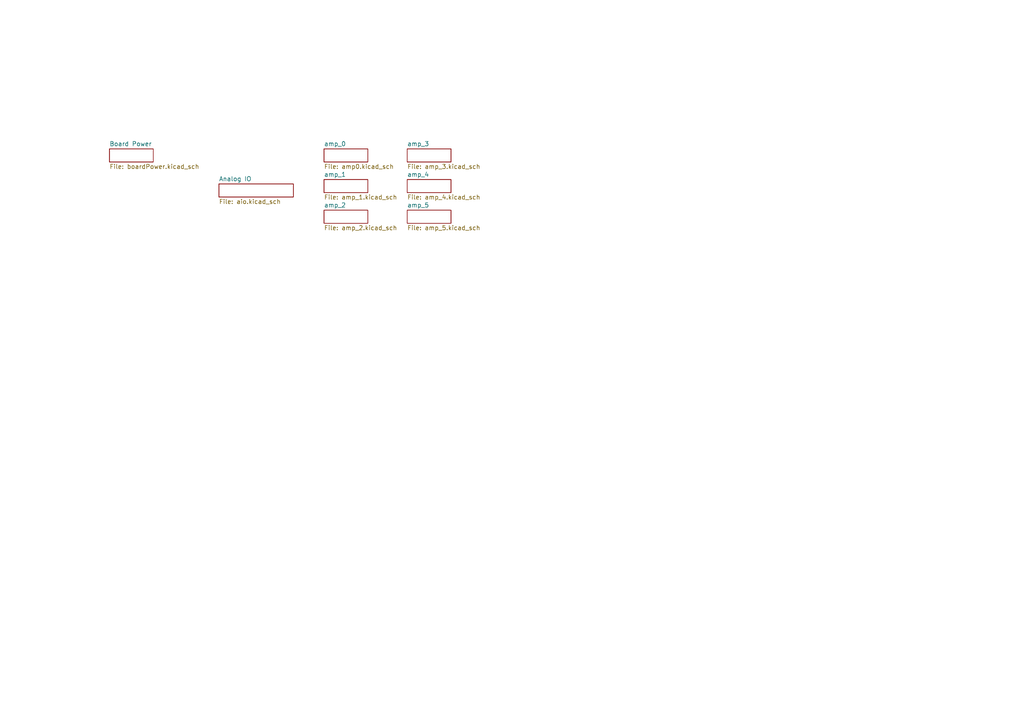
<source format=kicad_sch>
(kicad_sch
	(version 20231120)
	(generator "eeschema")
	(generator_version "8.0")
	(uuid "c6103430-c27a-4e90-8e2e-9404255f5ee3")
	(paper "A4")
	(lib_symbols)
	(sheet
		(at 118.11 43.18)
		(size 12.7 3.81)
		(fields_autoplaced yes)
		(stroke
			(width 0.1524)
			(type solid)
		)
		(fill
			(color 0 0 0 0.0000)
		)
		(uuid "013849df-f664-4c3f-8a22-89c3bdf3a4a2")
		(property "Sheetname" "amp_3"
			(at 118.11 42.4684 0)
			(effects
				(font
					(size 1.27 1.27)
				)
				(justify left bottom)
			)
		)
		(property "Sheetfile" "amp_3.kicad_sch"
			(at 118.11 47.5746 0)
			(effects
				(font
					(size 1.27 1.27)
				)
				(justify left top)
			)
		)
		(instances
			(project "amp_board"
				(path "/c6103430-c27a-4e90-8e2e-9404255f5ee3"
					(page "8")
				)
			)
		)
	)
	(sheet
		(at 93.98 43.18)
		(size 12.7 3.81)
		(fields_autoplaced yes)
		(stroke
			(width 0.1524)
			(type solid)
		)
		(fill
			(color 0 0 0 0.0000)
		)
		(uuid "4b870615-1fdd-4c38-ae2a-ce2f07b58b57")
		(property "Sheetname" "amp_0"
			(at 93.98 42.4684 0)
			(effects
				(font
					(size 1.27 1.27)
				)
				(justify left bottom)
			)
		)
		(property "Sheetfile" "amp0.kicad_sch"
			(at 93.98 47.5746 0)
			(effects
				(font
					(size 1.27 1.27)
				)
				(justify left top)
			)
		)
		(instances
			(project "amp_board"
				(path "/c6103430-c27a-4e90-8e2e-9404255f5ee3"
					(page "9")
				)
			)
		)
	)
	(sheet
		(at 118.11 52.07)
		(size 12.7 3.81)
		(fields_autoplaced yes)
		(stroke
			(width 0.1524)
			(type solid)
		)
		(fill
			(color 0 0 0 0.0000)
		)
		(uuid "6c3242f0-02f0-4547-b8f4-08dc5d211b77")
		(property "Sheetname" "amp_4"
			(at 118.11 51.3584 0)
			(effects
				(font
					(size 1.27 1.27)
				)
				(justify left bottom)
			)
		)
		(property "Sheetfile" "amp_4.kicad_sch"
			(at 118.11 56.4646 0)
			(effects
				(font
					(size 1.27 1.27)
				)
				(justify left top)
			)
		)
		(instances
			(project "amp_board"
				(path "/c6103430-c27a-4e90-8e2e-9404255f5ee3"
					(page "9")
				)
			)
		)
	)
	(sheet
		(at 63.5 53.34)
		(size 21.59 3.81)
		(fields_autoplaced yes)
		(stroke
			(width 0.1524)
			(type solid)
		)
		(fill
			(color 0 0 0 0.0000)
		)
		(uuid "7c57c744-c249-4038-95bb-f0647f1e1f7f")
		(property "Sheetname" "Analog IO"
			(at 63.5 52.6284 0)
			(effects
				(font
					(size 1.27 1.27)
				)
				(justify left bottom)
			)
		)
		(property "Sheetfile" "aio.kicad_sch"
			(at 63.5 57.7346 0)
			(effects
				(font
					(size 1.27 1.27)
				)
				(justify left top)
			)
		)
		(instances
			(project "amp_board"
				(path "/c6103430-c27a-4e90-8e2e-9404255f5ee3"
					(page "4")
				)
			)
		)
	)
	(sheet
		(at 31.75 43.18)
		(size 12.7 3.81)
		(fields_autoplaced yes)
		(stroke
			(width 0.1524)
			(type solid)
		)
		(fill
			(color 0 0 0 0.0000)
		)
		(uuid "ab3d06fa-a7a0-4394-b6d7-1ca538756c6f")
		(property "Sheetname" "Board Power"
			(at 31.75 42.4684 0)
			(effects
				(font
					(size 1.27 1.27)
				)
				(justify left bottom)
			)
		)
		(property "Sheetfile" "boardPower.kicad_sch"
			(at 31.75 47.5746 0)
			(effects
				(font
					(size 1.27 1.27)
				)
				(justify left top)
			)
		)
		(instances
			(project "amp_board"
				(path "/c6103430-c27a-4e90-8e2e-9404255f5ee3"
					(page "2")
				)
			)
		)
	)
	(sheet
		(at 93.98 60.96)
		(size 12.7 3.81)
		(fields_autoplaced yes)
		(stroke
			(width 0.1524)
			(type solid)
		)
		(fill
			(color 0 0 0 0.0000)
		)
		(uuid "bf7ddb99-4ffd-4ec4-a827-5a3086b77c1d")
		(property "Sheetname" "amp_2"
			(at 93.98 60.2484 0)
			(effects
				(font
					(size 1.27 1.27)
				)
				(justify left bottom)
			)
		)
		(property "Sheetfile" "amp_2.kicad_sch"
			(at 93.98 65.3546 0)
			(effects
				(font
					(size 1.27 1.27)
				)
				(justify left top)
			)
		)
		(instances
			(project "amp_board"
				(path "/c6103430-c27a-4e90-8e2e-9404255f5ee3"
					(page "7")
				)
			)
		)
	)
	(sheet
		(at 93.98 52.07)
		(size 12.7 3.81)
		(fields_autoplaced yes)
		(stroke
			(width 0.1524)
			(type solid)
		)
		(fill
			(color 0 0 0 0.0000)
		)
		(uuid "c658809c-d41a-4a1f-a2b1-11f6405bec3a")
		(property "Sheetname" "amp_1"
			(at 93.98 51.3584 0)
			(effects
				(font
					(size 1.27 1.27)
				)
				(justify left bottom)
			)
		)
		(property "Sheetfile" "amp_1.kicad_sch"
			(at 93.98 56.4646 0)
			(effects
				(font
					(size 1.27 1.27)
				)
				(justify left top)
			)
		)
		(property "Field2" ""
			(at 93.98 52.07 0)
			(effects
				(font
					(size 1.27 1.27)
				)
				(hide yes)
			)
		)
		(instances
			(project "amp_board"
				(path "/c6103430-c27a-4e90-8e2e-9404255f5ee3"
					(page "6")
				)
			)
		)
	)
	(sheet
		(at 118.11 60.96)
		(size 12.7 3.81)
		(fields_autoplaced yes)
		(stroke
			(width 0.1524)
			(type solid)
		)
		(fill
			(color 0 0 0 0.0000)
		)
		(uuid "ed6ae40c-87e1-4c3f-ba58-a7a20fc27bfb")
		(property "Sheetname" "amp_5"
			(at 118.11 60.2484 0)
			(effects
				(font
					(size 1.27 1.27)
				)
				(justify left bottom)
			)
		)
		(property "Sheetfile" "amp_5.kicad_sch"
			(at 118.11 65.3546 0)
			(effects
				(font
					(size 1.27 1.27)
				)
				(justify left top)
			)
		)
		(instances
			(project "amp_board"
				(path "/c6103430-c27a-4e90-8e2e-9404255f5ee3"
					(page "10")
				)
			)
		)
	)
	(sheet_instances
		(path "/"
			(page "1")
		)
	)
)

</source>
